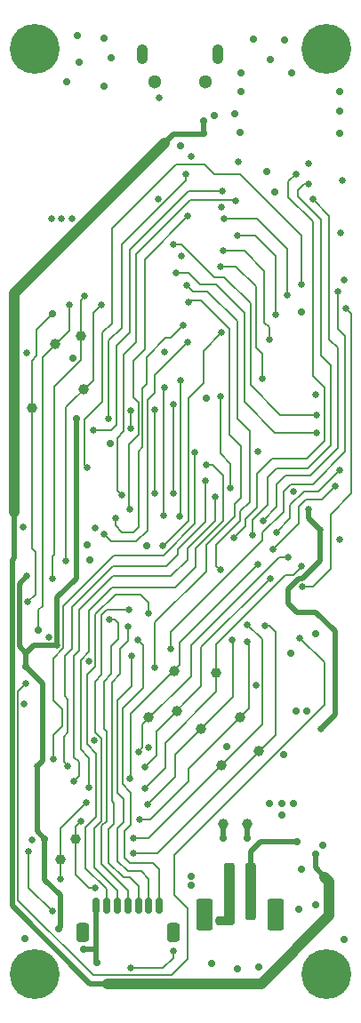
<source format=gbr>
%TF.GenerationSoftware,KiCad,Pcbnew,7.0.6*%
%TF.CreationDate,2024-05-23T09:50:57-04:00*%
%TF.ProjectId,ActiveImpactor_Control,41637469-7665-4496-9d70-6163746f725f,rev?*%
%TF.SameCoordinates,Original*%
%TF.FileFunction,Copper,L4,Bot*%
%TF.FilePolarity,Positive*%
%FSLAX46Y46*%
G04 Gerber Fmt 4.6, Leading zero omitted, Abs format (unit mm)*
G04 Created by KiCad (PCBNEW 7.0.6) date 2024-05-23 09:50:57*
%MOMM*%
%LPD*%
G01*
G04 APERTURE LIST*
G04 Aperture macros list*
%AMRoundRect*
0 Rectangle with rounded corners*
0 $1 Rounding radius*
0 $2 $3 $4 $5 $6 $7 $8 $9 X,Y pos of 4 corners*
0 Add a 4 corners polygon primitive as box body*
4,1,4,$2,$3,$4,$5,$6,$7,$8,$9,$2,$3,0*
0 Add four circle primitives for the rounded corners*
1,1,$1+$1,$2,$3*
1,1,$1+$1,$4,$5*
1,1,$1+$1,$6,$7*
1,1,$1+$1,$8,$9*
0 Add four rect primitives between the rounded corners*
20,1,$1+$1,$2,$3,$4,$5,0*
20,1,$1+$1,$4,$5,$6,$7,0*
20,1,$1+$1,$6,$7,$8,$9,0*
20,1,$1+$1,$8,$9,$2,$3,0*%
G04 Aperture macros list end*
%TA.AperFunction,ComponentPad*%
%ADD10C,4.750000*%
%TD*%
%TA.AperFunction,ComponentPad*%
%ADD11O,1.070000X1.900000*%
%TD*%
%TA.AperFunction,ComponentPad*%
%ADD12C,1.300000*%
%TD*%
%TA.AperFunction,SMDPad,CuDef*%
%ADD13C,1.000000*%
%TD*%
%TA.AperFunction,SMDPad,CuDef*%
%ADD14RoundRect,0.250000X-0.250000X-2.500000X0.250000X-2.500000X0.250000X2.500000X-0.250000X2.500000X0*%
%TD*%
%TA.AperFunction,SMDPad,CuDef*%
%ADD15RoundRect,0.250000X-0.550000X-1.250000X0.550000X-1.250000X0.550000X1.250000X-0.550000X1.250000X0*%
%TD*%
%TA.AperFunction,SMDPad,CuDef*%
%ADD16RoundRect,0.150000X-0.150000X-0.625000X0.150000X-0.625000X0.150000X0.625000X-0.150000X0.625000X0*%
%TD*%
%TA.AperFunction,SMDPad,CuDef*%
%ADD17RoundRect,0.250000X-0.350000X-0.650000X0.350000X-0.650000X0.350000X0.650000X-0.350000X0.650000X0*%
%TD*%
%TA.AperFunction,ViaPad*%
%ADD18C,0.700000*%
%TD*%
%TA.AperFunction,ViaPad*%
%ADD19C,0.650000*%
%TD*%
%TA.AperFunction,Conductor*%
%ADD20C,0.500000*%
%TD*%
%TA.AperFunction,Conductor*%
%ADD21C,0.150000*%
%TD*%
%TA.AperFunction,Conductor*%
%ADD22C,1.000000*%
%TD*%
G04 APERTURE END LIST*
D10*
%TO.P,H102,1,1*%
%TO.N,GND*%
X-13890500Y44053000D03*
%TD*%
%TO.P,H101,1,1*%
%TO.N,GND*%
X13890500Y44053000D03*
%TD*%
%TO.P,H104,1,1*%
%TO.N,GND*%
X13890500Y-44053000D03*
%TD*%
%TO.P,H103,1,1*%
%TO.N,GND*%
X-13890500Y-44053000D03*
%TD*%
D11*
%TO.P,J301,6,Shield*%
%TO.N,unconnected-(J301-Shield-Pad6)*%
X-3600000Y43575000D03*
D12*
X-2425000Y40950000D03*
X2425000Y40950000D03*
D11*
X3600000Y43575000D03*
%TD*%
D13*
%TO.P,TP709,1,1*%
%TO.N,/accelerometer/IIS3DWB_MOSI*%
X-600000Y-15200000D03*
%TD*%
%TO.P,TP708,1,1*%
%TO.N,/accelerometer/IIS3DWB_MISO*%
X-3000000Y-19600000D03*
%TD*%
%TO.P,TP501,1,1*%
%TO.N,Net-(J501-CLK)*%
X-14150777Y9839081D03*
%TD*%
%TO.P,TP703,1,1*%
%TO.N,/accelerometer/LSM6DS3_MOSI*%
X7500000Y-22800000D03*
%TD*%
%TO.P,TP702,1,1*%
%TO.N,/accelerometer/LSM6DS3_MISO*%
X3900000Y-24200000D03*
%TD*%
%TO.P,TP102,1,1*%
%TO.N,+3.3V*%
X4100000Y-29800000D03*
%TD*%
%TO.P,TP101,1,1*%
%TO.N,+5V*%
X6400000Y-29800000D03*
%TD*%
D14*
%TO.P,J102,1,Pin_1*%
%TO.N,GND*%
X4700000Y-36200000D03*
%TO.P,J102,2,Pin_2*%
%TO.N,Net-(J102-Pin_2)*%
X6700000Y-36200000D03*
D15*
%TO.P,J102,MP*%
%TO.N,N/C*%
X2300000Y-38450000D03*
X9100000Y-38450000D03*
%TD*%
D16*
%TO.P,J101,1,Pin_1*%
%TO.N,GND*%
X-8000000Y-37575000D03*
%TO.P,J101,2,Pin_2*%
%TO.N,/microcontroller/PWR_INT1*%
X-7000000Y-37575000D03*
%TO.P,J101,3,Pin_3*%
%TO.N,/microcontroller/PWR_INT2*%
X-6000000Y-37575000D03*
%TO.P,J101,4,Pin_4*%
%TO.N,/microcontroller/SPI1_MOSI*%
X-5000000Y-37575000D03*
%TO.P,J101,5,Pin_5*%
%TO.N,/microcontroller/SPI1_MISO*%
X-4000000Y-37575000D03*
%TO.P,J101,6,Pin_6*%
%TO.N,/microcontroller/SPI1_SCK*%
X-3000000Y-37575000D03*
%TO.P,J101,7,Pin_7*%
%TO.N,/microcontroller/SPI1_NSS*%
X-2000000Y-37575000D03*
D17*
%TO.P,J101,MP*%
%TO.N,N/C*%
X-9300000Y-40100000D03*
X-700000Y-40100000D03*
%TD*%
D13*
%TO.P,TP705,1,1*%
%TO.N,/accelerometer/LSM6DS3_INT1*%
X-11400000Y-33200000D03*
%TD*%
%TO.P,TP710,1,1*%
%TO.N,/accelerometer/IIS3DWB_CLK*%
X-300000Y-19000000D03*
%TD*%
%TO.P,TP502,1,1*%
%TO.N,/microcontroller/SDMMC1_CMD*%
X-11900000Y15900000D03*
%TD*%
%TO.P,TP704,1,1*%
%TO.N,/accelerometer/LSM6DS3_CLK*%
X5700000Y-19600000D03*
%TD*%
%TO.P,TP706,1,1*%
%TO.N,/accelerometer/LSM6DS3_INT2*%
X-10000000Y-31200000D03*
%TD*%
%TO.P,TP707,1,1*%
%TO.N,/accelerometer/IIS3DWB_CS*%
X3400000Y-15400000D03*
%TD*%
%TO.P,TP504,1,1*%
%TO.N,/microcontroller/SDMMC1_D2*%
X-9500000Y16700000D03*
%TD*%
%TO.P,TP701,1,1*%
%TO.N,/accelerometer/LSM6DS3_CS*%
X1998454Y-20714768D03*
%TD*%
%TO.P,TP503,1,1*%
%TO.N,/microcontroller/SDMMC1_D3*%
X-9200000Y11600000D03*
%TD*%
D18*
%TO.N,GND*%
X15600000Y-40800000D03*
X5450000Y-43600000D03*
X7500000Y-43400000D03*
X8200000Y32400000D03*
X9000000Y30400000D03*
X11500000Y19000000D03*
X-8600000Y-4600000D03*
X-8900000Y-3200000D03*
X-3200000Y-3300000D03*
X-10800000Y40900000D03*
X-7300000Y40500000D03*
X-9603741Y42783936D03*
X-6600000Y43200000D03*
X-7269242Y45095771D03*
X-9800000Y45300000D03*
X15200000Y36000000D03*
X15200000Y38100000D03*
X15200000Y40000000D03*
X7000000Y45000000D03*
X9900000Y44900000D03*
X10600000Y41800000D03*
X8600000Y43000000D03*
X5800000Y41800000D03*
X5800000Y40000000D03*
X5200000Y37900000D03*
X5700000Y36100000D03*
D19*
X104242Y24295758D03*
D18*
X3200000Y37700000D03*
X13600000Y-31800000D03*
D19*
X1000000Y33799500D03*
X-1500000Y15200000D03*
D18*
X12000000Y-19000000D03*
D19*
X15200000Y-2700000D03*
X-12500000Y-12000000D03*
X10800000Y1900000D03*
X-2000000Y39400000D03*
D18*
X12900000Y-11707759D03*
X1000000Y-35600000D03*
D19*
X15400000Y31500000D03*
D18*
X9800000Y-23200000D03*
D19*
X7400000Y5700000D03*
D18*
X8526324Y-27801656D03*
D19*
X-3000000Y-22500000D03*
D18*
X-7900000Y-43000000D03*
D19*
X-8100000Y-1600000D03*
X3900000Y29000000D03*
D18*
X2950000Y-43100000D03*
D19*
X5500000Y33300000D03*
X-14873911Y-18323911D03*
D18*
X9700000Y-27800000D03*
D19*
X-8199500Y-21800000D03*
X-10300000Y27900000D03*
D18*
X9700000Y-28900000D03*
X1000000Y-34800000D03*
D19*
X12900000Y11100000D03*
X7200000Y-16600000D03*
X-12300000Y27900000D03*
D18*
X4400000Y-22400000D03*
X12851653Y-37531456D03*
D19*
X-8713437Y-14313437D03*
X-14925500Y-1500000D03*
D18*
X-10200000Y14600000D03*
X-6650000Y6450000D03*
X10500000Y-13500000D03*
X0Y34800000D03*
D19*
X-11300000Y27900000D03*
D18*
X-9200000Y-41700000D03*
D19*
X12200000Y33100000D03*
D18*
X2500000Y10800000D03*
D19*
X15600000Y22000000D03*
D18*
X11300000Y-37900000D03*
X-14800000Y-40700000D03*
X11000000Y-19000000D03*
D19*
X-14600000Y15050000D03*
X-14100000Y-31300000D03*
D18*
X10800000Y-27800000D03*
D19*
X15300000Y26500000D03*
D18*
X3700500Y-39000000D03*
D19*
X-2136956Y29710866D03*
D18*
X11500000Y-34100000D03*
D19*
%TO.N,/microcontroller/SWD_NRST*%
X11400000Y-12100000D03*
X-14700000Y-16400000D03*
D18*
%TO.N,+5V*%
X6400000Y-31100000D03*
D19*
%TO.N,+3.3V*%
X13400000Y-20700000D03*
D18*
X-11600000Y-39800000D03*
D19*
X-11724500Y-12792825D03*
X-13600000Y-24300000D03*
X13350000Y-1750000D03*
D18*
X4125000Y-31100000D03*
X-12900000Y-31200000D03*
X-14700000Y-14800000D03*
D19*
X-14592758Y-6200500D03*
X12250000Y200000D03*
D18*
X-9900000Y8800000D03*
D19*
%TO.N,/microcontroller/SD_DET*%
X-4700000Y7850000D03*
X-4699500Y9600000D03*
D18*
%TO.N,/USB/USB_5V*%
X2200000Y36000000D03*
X2200000Y37200000D03*
X12850000Y-32650000D03*
D19*
%TO.N,/microcontroller/PWR_INT2*%
X-4900000Y-9400000D03*
%TO.N,/microcontroller/PWR_INT1*%
X-3000000Y-9700000D03*
D18*
%TO.N,Net-(J501-CLK)*%
X-12200000Y18800000D03*
D19*
X-14550000Y-8650000D03*
%TO.N,Net-(U401-CLK)*%
X-8900000Y4200000D03*
X11500000Y21600000D03*
D18*
%TO.N,/microcontroller/SDMMC1_CMD*%
X-13500000Y-11300000D03*
D19*
X-10600000Y19700000D03*
%TO.N,/microcontroller/SDMMC1_D3*%
X-10900000Y-4700000D03*
X-7500000Y19700000D03*
%TO.N,/microcontroller/SDMMC1_D2*%
X-9100000Y20500000D03*
X-12200000Y-6400000D03*
%TO.N,/SDRAM/DQ0*%
X500000Y32100000D03*
X-6800000Y8800000D03*
%TO.N,/SDRAM/DQ1*%
X4000000Y30500000D03*
X-8300000Y7700000D03*
%TO.N,/SDRAM/DQ2*%
X-5600000Y1500000D03*
X5300000Y29600000D03*
%TO.N,/SDRAM/DQ3*%
X700000Y28100000D03*
X-4800000Y200000D03*
%TO.N,/SDRAM/DQ4*%
X4200000Y27900000D03*
X10200000Y20600000D03*
%TO.N,/SDRAM/DQ5*%
X5400000Y26300000D03*
X9050500Y18700000D03*
%TO.N,/SDRAM/DQ6*%
X8451000Y16400000D03*
X4100000Y24800000D03*
%TO.N,/SDRAM/DQ7*%
X7800000Y12600000D03*
X3800000Y23300000D03*
%TO.N,/SDRAM/LDQM*%
X-1700000Y-3300000D03*
X3900000Y17000000D03*
%TO.N,/SDRAM/NWE*%
X600000Y21500000D03*
X3800000Y-5600000D03*
%TO.N,/SDRAM/NCAS*%
X-2400000Y-14900000D03*
X800000Y19900000D03*
%TO.N,/SDRAM/NRAS*%
X-400000Y22700000D03*
X13000000Y7500000D03*
%TO.N,/SDRAM/NCS*%
X-700000Y25400000D03*
X13000000Y9200000D03*
%TO.N,/SDRAM/BS0*%
X300000Y17700000D03*
X-6200000Y-700000D03*
%TO.N,/SDRAM/BS1*%
X700000Y16100000D03*
X-7300000Y-2200000D03*
%TO.N,/SDRAM/A10*%
X4800000Y2200000D03*
X3800000Y10900000D03*
%TO.N,/SDRAM/A0*%
X-2400000Y1700000D03*
X-2400000Y9700000D03*
%TO.N,/SDRAM/A1*%
X-1500000Y11800000D03*
X-1600000Y-400000D03*
%TO.N,/SDRAM/A2*%
X-700000Y10200000D03*
X-700000Y1700000D03*
%TO.N,/SDRAM/A3*%
X0Y12500000D03*
X-100000Y-500000D03*
%TO.N,/SDRAM/A4*%
X15150000Y3950000D03*
X9150000Y-2050000D03*
%TO.N,/SDRAM/A5*%
X8800000Y-3600000D03*
X14750000Y2350000D03*
%TO.N,/SDRAM/CKE*%
X15800000Y19300000D03*
X11600000Y-7200000D03*
%TO.N,/SDRAM/UDQM*%
X15000000Y20900000D03*
X-900000Y-13100000D03*
%TO.N,/SDRAM/DQ13*%
X12600000Y29700000D03*
X7900000Y-900000D03*
%TO.N,/SDRAM/DQ14*%
X6900000Y-2300000D03*
X12200000Y31200000D03*
%TO.N,/SDRAM/DQ15*%
X5100000Y-2500000D03*
X11000000Y32100000D03*
%TO.N,/accelerometer/ADXL372_CLK*%
X-8699500Y-26300000D03*
X2500000Y4400000D03*
%TO.N,/accelerometer/ADXL372_MOSI*%
X3300500Y1400000D03*
X-10100000Y-25700000D03*
%TO.N,/accelerometer/ADXL372_MISO*%
X-10700000Y-24300000D03*
X2400000Y2900000D03*
%TO.N,/accelerometer/ADXL372_CS*%
X1399500Y5600000D03*
X-12100000Y-23600000D03*
%TO.N,/accelerometer/LSM6DS3_MISO*%
X6400000Y-10800000D03*
X-4500000Y-31100000D03*
%TO.N,/accelerometer/LSM6DS3_INT1*%
X-11400000Y-35000000D03*
X-8973245Y-27767791D03*
%TO.N,/accelerometer/LSM6DS3_INT2*%
X-8100000Y-35900000D03*
X-9500000Y-29500000D03*
%TO.N,/accelerometer/LSM6DS3_CS*%
X4900000Y-12300000D03*
X-3124500Y-27900000D03*
%TO.N,/accelerometer/LSM6DS3_CLK*%
X6400000Y-12400000D03*
X-3900000Y-29400000D03*
%TO.N,/accelerometer/LSM6DS3_MOSI*%
X8100000Y-10900000D03*
X-4500000Y-32600000D03*
%TO.N,/accelerometer/IIS3DWB_MISO*%
X-4000000Y-22900000D03*
X10225000Y-4350000D03*
%TO.N,/accelerometer/IIS3DWB_INT2*%
X-14450000Y-32450000D03*
X-12212000Y-38100000D03*
%TO.N,/accelerometer/IIS3DWB_CS*%
X11550000Y-5250000D03*
X-3350000Y-26375000D03*
%TO.N,/accelerometer/IIS3DWB_CLK*%
X-3400000Y-24400000D03*
X8575000Y-6375000D03*
%TO.N,/accelerometer/IIS3DWB_MOSI*%
X7425000Y-5100000D03*
X-4800000Y-25500000D03*
%TO.N,Net-(J801-Pin_3)*%
X-4700000Y-43500000D03*
X-700000Y-41850000D03*
%TO.N,/microcontroller/SPI1_SCK*%
X-4650000Y-13750000D03*
%TO.N,/microcontroller/SPI1_NSS*%
X-4050000Y-12250000D03*
%TO.N,/microcontroller/SPI1_MOSI*%
X-6750000Y-10300000D03*
%TO.N,/microcontroller/SPI1_MISO*%
X-4950000Y-10950000D03*
D18*
%TO.N,Net-(J102-Pin_2)*%
X11084668Y-31500500D03*
%TD*%
D20*
%TO.N,GND*%
X-8000000Y-37575000D02*
X-8000000Y-41700000D01*
X-8000000Y-42900000D02*
X-7900000Y-43000000D01*
X-9200000Y-41700000D02*
X-8000000Y-41700000D01*
X-8000000Y-41700000D02*
X-8000000Y-42900000D01*
D21*
%TO.N,/microcontroller/SWD_NRST*%
X-15473911Y-17173911D02*
X-14700000Y-16400000D01*
X13700000Y-14400000D02*
X13700000Y-18416116D01*
X13700000Y-18416116D02*
X-600000Y-32716116D01*
X-15473911Y-37026089D02*
X-15473911Y-17173911D01*
X-600000Y-36551041D02*
X700000Y-37851041D01*
X700000Y-37851041D02*
X700000Y-42650000D01*
X700000Y-42650000D02*
X-850000Y-44200000D01*
X-8300000Y-44200000D02*
X-15473911Y-37026089D01*
X-850000Y-44200000D02*
X-8300000Y-44200000D01*
X-600000Y-32716116D02*
X-600000Y-36551041D01*
X11400000Y-12100000D02*
X13700000Y-14400000D01*
D20*
%TO.N,+5V*%
X6400000Y-31100000D02*
X6400000Y-29900000D01*
%TO.N,+3.3V*%
X13350000Y-4707538D02*
X11632538Y-6425000D01*
X-11400000Y-36600000D02*
X-12900000Y-35100000D01*
X-13600000Y-30500000D02*
X-12900000Y-31200000D01*
X11100000Y-9600000D02*
X12900000Y-9600000D01*
X-11600000Y-39800000D02*
X-11400000Y-39600000D01*
X12900000Y-9600000D02*
X14750000Y-11450000D01*
X-14700000Y-13500000D02*
X-14700000Y-14800000D01*
X-13110700Y-16389300D02*
X-13110700Y-23810700D01*
X-15325000Y-12875000D02*
X-14700000Y-13500000D01*
X-14700000Y-14800000D02*
X-13110700Y-16389300D01*
X-13110700Y-23810700D02*
X-13600000Y-24300000D01*
X10300000Y-8800000D02*
X11100000Y-9600000D01*
X-12900000Y-35100000D02*
X-12900000Y-31200000D01*
X-11724500Y-12792825D02*
X-11724500Y-8224500D01*
X-13992825Y-12792825D02*
X-14700000Y-13500000D01*
X12250000Y200000D02*
X12250000Y-650000D01*
X4125000Y-31100000D02*
X4125000Y-29825000D01*
X4125000Y-29825000D02*
X4100000Y-29800000D01*
X-13600000Y-24300000D02*
X-13600000Y-30500000D01*
X12250000Y-650000D02*
X13350000Y-1750000D01*
X-11400000Y-39600000D02*
X-11400000Y-36600000D01*
X14750000Y-11450000D02*
X14750000Y-19350000D01*
X-14592758Y-6200500D02*
X-15325000Y-6932742D01*
X-15325000Y-6932742D02*
X-15325000Y-12875000D01*
X11278984Y-6425000D02*
X10300000Y-7403984D01*
X-9900000Y-6400000D02*
X-9900000Y8800000D01*
X-11724500Y-12792825D02*
X-13992825Y-12792825D01*
X-11724500Y-8224500D02*
X-9900000Y-6400000D01*
X11632538Y-6425000D02*
X11278984Y-6425000D01*
X10300000Y-7403984D02*
X10300000Y-8800000D01*
X14750000Y-19350000D02*
X13400000Y-20700000D01*
X13350000Y-1750000D02*
X13350000Y-4707538D01*
D21*
%TO.N,/microcontroller/SD_DET*%
X-4699500Y7850500D02*
X-4700000Y7850000D01*
X-4699500Y9600000D02*
X-4699500Y7850500D01*
D20*
%TO.N,/USB/USB_5V*%
X2150000Y35950000D02*
X2200000Y36000000D01*
X-650000Y35950000D02*
X2150000Y35950000D01*
D22*
X14200000Y-35300000D02*
X13750000Y-34850000D01*
D20*
X-16025000Y-37575000D02*
X-16025000Y-4625000D01*
X-8600000Y-45000000D02*
X-16025000Y-37575000D01*
D22*
X-15850000Y20750000D02*
X-15850000Y-50000D01*
X-1500000Y35100000D02*
X-15850000Y20750000D01*
D20*
X-15850000Y-4450000D02*
X-15850000Y-50000D01*
X-6900000Y-45000000D02*
X-8600000Y-45000000D01*
D22*
X14200000Y-38500000D02*
X14200000Y-35300000D01*
D20*
X13750000Y-34850000D02*
X12850000Y-33950000D01*
D22*
X7700000Y-45000000D02*
X14200000Y-38500000D01*
D20*
X12850000Y-33950000D02*
X12850000Y-32650000D01*
X-16025000Y-4625000D02*
X-15850000Y-4450000D01*
D22*
X-6900000Y-45000000D02*
X7700000Y-45000000D01*
D20*
X2200000Y36000000D02*
X2200000Y37200000D01*
X-1500000Y35100000D02*
X-650000Y35950000D01*
D21*
%TO.N,/microcontroller/PWR_INT2*%
X-8200000Y-30200000D02*
X-7500000Y-29500000D01*
X-7500000Y-9900000D02*
X-7000000Y-9400000D01*
X-8200000Y-33900000D02*
X-8200000Y-30200000D01*
X-6000000Y-37575000D02*
X-6000000Y-36100000D01*
X-6000000Y-36100000D02*
X-8200000Y-33900000D01*
X-7500000Y-21650971D02*
X-8100000Y-21050971D01*
X-8100000Y-21050971D02*
X-8100000Y-16200000D01*
X-8100000Y-16200000D02*
X-7500000Y-15600000D01*
X-7500000Y-29500000D02*
X-7500000Y-21650971D01*
X-7500000Y-15600000D02*
X-7500000Y-9900000D01*
X-7000000Y-9400000D02*
X-4900000Y-9400000D01*
%TO.N,/microcontroller/PWR_INT1*%
X-3000000Y-8700000D02*
X-3800000Y-7900000D01*
X-8900000Y-15600000D02*
X-8900000Y-22200000D01*
X-9000000Y-30100000D02*
X-9000000Y-34000000D01*
X-3000000Y-9700000D02*
X-3000000Y-8700000D01*
X-3800000Y-7900000D02*
X-6194974Y-7900000D01*
X-7000000Y-36000000D02*
X-7000000Y-37575000D01*
X-9000000Y-34000000D02*
X-7000000Y-36000000D01*
X-8100000Y-9805026D02*
X-8100000Y-14800000D01*
X-8000000Y-23100000D02*
X-8000000Y-29100000D01*
X-8100000Y-14800000D02*
X-8900000Y-15600000D01*
X-6194974Y-7900000D02*
X-8100000Y-9805026D01*
X-8900000Y-22200000D02*
X-8000000Y-23100000D01*
X-8000000Y-29100000D02*
X-9000000Y-30100000D01*
%TO.N,Net-(J501-CLK)*%
X-13800000Y-3850000D02*
X-14150000Y-3500000D01*
X-13800000Y-7900000D02*
X-13800000Y-3850000D01*
X-14150000Y-3500000D02*
X-14150000Y14350000D01*
X-14150000Y14350000D02*
X-13700000Y14800000D01*
X-13700000Y17300000D02*
X-12200000Y18800000D01*
X-14550000Y-8650000D02*
X-13800000Y-7900000D01*
X-13700000Y14800000D02*
X-13700000Y17300000D01*
%TO.N,Net-(U401-CLK)*%
X-7400000Y17000000D02*
X-7400000Y10400000D01*
X-400000Y33000000D02*
X-6500000Y26900000D01*
X11500000Y26300000D02*
X5700000Y32100000D01*
X-9100000Y8700000D02*
X-9100000Y4400000D01*
X2300000Y33000000D02*
X-400000Y33000000D01*
X11500000Y21600000D02*
X11500000Y26300000D01*
X-6500000Y17900000D02*
X-7400000Y17000000D01*
X5700000Y32100000D02*
X3200000Y32100000D01*
X-6500000Y26900000D02*
X-6500000Y17900000D01*
X3200000Y32100000D02*
X2300000Y33000000D01*
X-7400000Y10400000D02*
X-9100000Y8700000D01*
X-9100000Y4400000D02*
X-8900000Y4200000D01*
%TO.N,/microcontroller/SDMMC1_CMD*%
X-10600000Y19700000D02*
X-10600000Y17200000D01*
X-13100000Y14700000D02*
X-13100000Y-9000000D01*
X-10600000Y17200000D02*
X-13100000Y14700000D01*
X-13500000Y-9400000D02*
X-13500000Y-11300000D01*
X-13100000Y-9000000D02*
X-13500000Y-9400000D01*
%TO.N,/microcontroller/SDMMC1_D3*%
X-10900000Y9900000D02*
X-8300000Y12500000D01*
X-8300000Y18900000D02*
X-7500000Y19700000D01*
X-10900000Y-4700000D02*
X-10900000Y9900000D01*
X-8300000Y12500000D02*
X-8300000Y18900000D01*
%TO.N,/microcontroller/SDMMC1_D2*%
X-12000000Y11900000D02*
X-9500000Y14400000D01*
X-9500000Y14400000D02*
X-9500000Y20100000D01*
X-12200000Y-6400000D02*
X-12200000Y-4300000D01*
X-12000000Y-4100000D02*
X-12000000Y11900000D01*
X-12200000Y-4300000D02*
X-12000000Y-4100000D01*
X-9500000Y20100000D02*
X-9100000Y20500000D01*
%TO.N,/SDRAM/DQ0*%
X-5600000Y17500000D02*
X-5600000Y25400000D01*
X-5600000Y25400000D02*
X500000Y31500000D01*
X-6800000Y16300000D02*
X-5600000Y17500000D01*
X500000Y31500000D02*
X500000Y32100000D01*
X-6800000Y8800000D02*
X-6800000Y16300000D01*
%TO.N,/SDRAM/DQ1*%
X-6050000Y8250000D02*
X-6050000Y15750000D01*
X-4800000Y17000000D02*
X-4800000Y24900000D01*
X-6600000Y7700000D02*
X-6050000Y8250000D01*
X-6050000Y15750000D02*
X-4800000Y17000000D01*
X-8300000Y7700000D02*
X-6600000Y7700000D01*
X800000Y30500000D02*
X4000000Y30500000D01*
X-4800000Y24900000D02*
X800000Y30500000D01*
%TO.N,/SDRAM/DQ2*%
X-4200000Y16100000D02*
X-5400000Y14900000D01*
X5249503Y29650497D02*
X950497Y29650497D01*
X950497Y29650497D02*
X-4200000Y24500000D01*
X-6025000Y1925000D02*
X-5600000Y1500000D01*
X-4200000Y24500000D02*
X-4200000Y16100000D01*
X-5400000Y14900000D02*
X-5400000Y7600000D01*
X5300000Y29600000D02*
X5249503Y29650497D01*
X-6025000Y6975000D02*
X-6025000Y1925000D01*
X-5400000Y7600000D02*
X-6025000Y6975000D01*
%TO.N,/SDRAM/DQ3*%
X-4500000Y10874514D02*
X-4500000Y14350000D01*
X-3400000Y24000000D02*
X700000Y28100000D01*
X-3400000Y15450000D02*
X-3400000Y24000000D01*
X-4900000Y300000D02*
X-4900000Y6400000D01*
X-4500000Y14350000D02*
X-3400000Y15450000D01*
X-3990388Y7309612D02*
X-3990388Y10364902D01*
X-4800000Y200000D02*
X-4900000Y300000D01*
X-4900000Y6400000D02*
X-3990388Y7309612D01*
X-3990388Y10364902D02*
X-4500000Y10874514D01*
%TO.N,/SDRAM/DQ4*%
X4200000Y27900000D02*
X7300000Y27900000D01*
X10200000Y25000000D02*
X10200000Y20600000D01*
X7300000Y27900000D02*
X10200000Y25000000D01*
%TO.N,/SDRAM/DQ5*%
X5400000Y26300000D02*
X7100000Y26300000D01*
X9100000Y18749500D02*
X9050500Y18700000D01*
X9100000Y24300000D02*
X9100000Y18749500D01*
X7100000Y26300000D02*
X9100000Y24300000D01*
%TO.N,/SDRAM/DQ6*%
X8451000Y17549000D02*
X8451000Y16400000D01*
X4100000Y24800000D02*
X6100000Y24800000D01*
X8000000Y18000000D02*
X8451000Y17549000D01*
X8000000Y22900000D02*
X8000000Y18000000D01*
X6100000Y24800000D02*
X8000000Y22900000D01*
%TO.N,/SDRAM/DQ7*%
X7800000Y12600000D02*
X7800000Y15000000D01*
X7800000Y15000000D02*
X7200000Y15600000D01*
X7200000Y21400000D02*
X5300000Y23300000D01*
X7200000Y15600000D02*
X7200000Y21400000D01*
X5300000Y23300000D02*
X3800000Y23300000D01*
%TO.N,/SDRAM/LDQM*%
X800000Y10800000D02*
X2200000Y12200000D01*
X800000Y-900000D02*
X800000Y10800000D01*
X-1600000Y-3300000D02*
X800000Y-900000D01*
X2200000Y15300000D02*
X3900000Y17000000D01*
X2200000Y12200000D02*
X2200000Y15300000D01*
X-1700000Y-3300000D02*
X-1600000Y-3300000D01*
%TO.N,/SDRAM/NWE*%
X2600000Y20900000D02*
X5400000Y18100000D01*
X600000Y21500000D02*
X1200000Y20900000D01*
X3400000Y-5200000D02*
X3800000Y-5600000D01*
X5400000Y18100000D02*
X5400000Y8800000D01*
X6600000Y900000D02*
X5700000Y0D01*
X3400000Y-3200000D02*
X3400000Y-5200000D01*
X1200000Y20900000D02*
X2600000Y20900000D01*
X5700000Y-900000D02*
X3400000Y-3200000D01*
X5700000Y0D02*
X5700000Y-900000D01*
X5400000Y8800000D02*
X6600000Y7600000D01*
X6600000Y7600000D02*
X6600000Y900000D01*
%TO.N,/SDRAM/NCAS*%
X5200000Y700000D02*
X5800000Y1300000D01*
X5200000Y-500000D02*
X5200000Y700000D01*
X-2400000Y-10600000D02*
X2500000Y-5700000D01*
X2500000Y-5700000D02*
X2500000Y-3200000D01*
X4700000Y17400000D02*
X2000000Y20100000D01*
X2000000Y20100000D02*
X1800000Y20100000D01*
X5800000Y1300000D02*
X5800000Y6200000D01*
X5800000Y6200000D02*
X4700000Y7300000D01*
X4700000Y7300000D02*
X4700000Y17400000D01*
X1000000Y20100000D02*
X1800000Y20100000D01*
X800000Y19900000D02*
X1000000Y20100000D01*
X2500000Y-3200000D02*
X5200000Y-500000D01*
X-2400000Y-14900000D02*
X-2400000Y-10600000D01*
X1800000Y20100000D02*
X1500000Y20100000D01*
%TO.N,/SDRAM/NRAS*%
X9000000Y7500000D02*
X6100000Y10400000D01*
X6100000Y10400000D02*
X6100000Y13400000D01*
X6100000Y13400000D02*
X6100000Y13300000D01*
X-400000Y22700000D02*
X800000Y22700000D01*
X800000Y22700000D02*
X1900000Y21600000D01*
X13000000Y7500000D02*
X9000000Y7500000D01*
X6100000Y18900000D02*
X6100000Y13400000D01*
X3400000Y21600000D02*
X6100000Y18900000D01*
X1900000Y21600000D02*
X3400000Y21600000D01*
%TO.N,/SDRAM/NCS*%
X9500000Y9200000D02*
X13000000Y9200000D01*
X100000Y25400000D02*
X3200000Y22300000D01*
X3200000Y22300000D02*
X4200000Y22300000D01*
X-700000Y25400000D02*
X100000Y25400000D01*
X6700000Y19800000D02*
X6700000Y12000000D01*
X6700000Y12000000D02*
X9500000Y9200000D01*
X4200000Y22300000D02*
X6700000Y19800000D01*
%TO.N,/SDRAM/BS0*%
X-6200000Y-700000D02*
X-6200000Y-1350000D01*
X-5550000Y-2000000D02*
X-4500000Y-2000000D01*
X-900000Y16500000D02*
X300000Y17700000D01*
X-3200000Y14700000D02*
X-1400000Y16500000D01*
X-4500000Y-2000000D02*
X-4000000Y-1500000D01*
X-6200000Y-1350000D02*
X-5550000Y-2000000D01*
X-3600000Y6100000D02*
X-3600000Y11700000D01*
X-4000000Y-1500000D02*
X-4000000Y5700000D01*
X-4000000Y5700000D02*
X-3600000Y6100000D01*
X-1400000Y16500000D02*
X-900000Y16500000D01*
X-3200000Y12100000D02*
X-3200000Y14700000D01*
X-3600000Y11700000D02*
X-3200000Y12100000D01*
%TO.N,/SDRAM/BS1*%
X-3150000Y-1850000D02*
X-3150000Y10562132D01*
X-2400000Y11312132D02*
X-2400000Y13000000D01*
X-4200000Y-2900000D02*
X-3150000Y-1850000D01*
X-3150000Y10562132D02*
X-2400000Y11312132D01*
X-6600000Y-2900000D02*
X-4200000Y-2900000D01*
X-2400000Y13000000D02*
X700000Y16100000D01*
X-7300000Y-2200000D02*
X-6600000Y-2900000D01*
%TO.N,/SDRAM/A10*%
X4800000Y4500000D02*
X3800000Y5500000D01*
X4800000Y2200000D02*
X4800000Y4500000D01*
X3800000Y5500000D02*
X3800000Y10900000D01*
%TO.N,/SDRAM/A0*%
X-2400000Y1700000D02*
X-2400000Y9700000D01*
%TO.N,/SDRAM/A1*%
X-1600000Y-400000D02*
X-1600000Y11700000D01*
X-1600000Y11700000D02*
X-1500000Y11800000D01*
%TO.N,/SDRAM/A2*%
X-700000Y1700000D02*
X-700000Y10200000D01*
%TO.N,/SDRAM/A3*%
X0Y12500000D02*
X0Y-400000D01*
X0Y-400000D02*
X-100000Y-500000D01*
%TO.N,/SDRAM/A4*%
X10450000Y600000D02*
X10450000Y-700000D01*
X13150000Y1900000D02*
X11750000Y1900000D01*
X10450000Y-700000D02*
X9150000Y-2000000D01*
X9150000Y-2000000D02*
X9150000Y-2050000D01*
X11750000Y1900000D02*
X10450000Y600000D01*
X15150000Y3950000D02*
X15150000Y3900000D01*
X15150000Y3900000D02*
X13150000Y1900000D01*
%TO.N,/SDRAM/A5*%
X13500000Y1100000D02*
X14750000Y2350000D01*
X11250000Y400000D02*
X11950000Y1100000D01*
X8800000Y-3600000D02*
X11250000Y-1150000D01*
X11250000Y-1150000D02*
X11250000Y400000D01*
X11950000Y1100000D02*
X13500000Y1100000D01*
%TO.N,/SDRAM/CKE*%
X16294000Y18806000D02*
X15800000Y19300000D01*
X14300000Y-300000D02*
X16294000Y1694000D01*
X11600000Y-7200000D02*
X12600000Y-7200000D01*
X12600000Y-7200000D02*
X14300000Y-5500000D01*
X16294000Y1694000D02*
X16294000Y18806000D01*
X14300000Y-5500000D02*
X14300000Y-300000D01*
%TO.N,/SDRAM/UDQM*%
X7850000Y-2750000D02*
X7850000Y-2050000D01*
X-900000Y-13100000D02*
X-900000Y-11500000D01*
X7850000Y-2050000D02*
X9850000Y-50000D01*
X15700000Y16700000D02*
X15000000Y17400000D01*
X-900000Y-11500000D02*
X7850000Y-2750000D01*
X15000000Y17400000D02*
X15000000Y20900000D01*
X15700000Y5700000D02*
X15700000Y16700000D01*
X12600000Y2600000D02*
X15700000Y5700000D01*
X9850000Y1900000D02*
X10550000Y2600000D01*
X10550000Y2600000D02*
X12600000Y2600000D01*
X9850000Y-50000D02*
X9850000Y1900000D01*
%TO.N,/SDRAM/DQ13*%
X14200000Y28100000D02*
X12600000Y29700000D01*
X12400000Y3400000D02*
X15000000Y6000000D01*
X14200000Y16400000D02*
X14200000Y28100000D01*
X15000000Y6000000D02*
X15000000Y15600000D01*
X9200000Y400000D02*
X9200000Y2600000D01*
X9200000Y2600000D02*
X10000000Y3400000D01*
X7900000Y-900000D02*
X9200000Y400000D01*
X10000000Y3400000D02*
X12400000Y3400000D01*
X15000000Y15600000D02*
X14200000Y16400000D01*
%TO.N,/SDRAM/DQ14*%
X8300000Y600000D02*
X8300000Y3200000D01*
X12100000Y4100000D02*
X14300000Y6300000D01*
X11800000Y31200000D02*
X12200000Y31200000D01*
X13400000Y27800000D02*
X11200000Y30000000D01*
X11200000Y30000000D02*
X11200000Y30600000D01*
X11200000Y30600000D02*
X11800000Y31200000D01*
X6900000Y-800000D02*
X8300000Y600000D01*
X6900000Y-2300000D02*
X6900000Y-800000D01*
X9200000Y4100000D02*
X12100000Y4100000D01*
X13400000Y14800000D02*
X13400000Y27800000D01*
X8300000Y3200000D02*
X9200000Y4100000D01*
X14300000Y6300000D02*
X14300000Y13900000D01*
X14300000Y13900000D02*
X13400000Y14800000D01*
%TO.N,/SDRAM/DQ15*%
X12000000Y5000000D02*
X13700000Y6700000D01*
X6200000Y-1400000D02*
X6200000Y-705026D01*
X13700000Y11800000D02*
X12600000Y12900000D01*
X8700000Y5000000D02*
X12000000Y5000000D01*
X10300000Y29900000D02*
X10300000Y31400000D01*
X12600000Y27600000D02*
X10300000Y29900000D01*
X6200000Y-705026D02*
X7300000Y394974D01*
X12600000Y12900000D02*
X12600000Y27600000D01*
X5100000Y-2500000D02*
X6200000Y-1400000D01*
X13700000Y6700000D02*
X13700000Y11800000D01*
X10300000Y31400000D02*
X11000000Y32100000D01*
X7300000Y3600000D02*
X8700000Y5000000D01*
X7300000Y394974D02*
X7300000Y3600000D01*
%TO.N,/accelerometer/ADXL372_CLK*%
X-8700000Y-9500000D02*
X-6500000Y-7300000D01*
X-500000Y-7300000D02*
X1500000Y-5300000D01*
X-8700000Y-13400000D02*
X-8700000Y-9500000D01*
X-6500000Y-7300000D02*
X-500000Y-7300000D01*
X4100000Y-900000D02*
X4100000Y3400000D01*
X3100000Y4400000D02*
X2500000Y4400000D01*
X1500000Y-5300000D02*
X1500000Y-3500000D01*
X-8699500Y-23500500D02*
X-9500000Y-22700000D01*
X-8699500Y-26300000D02*
X-8699500Y-23500500D01*
X4100000Y3400000D02*
X3100000Y4400000D01*
X-9500000Y-14200000D02*
X-8700000Y-13400000D01*
X-9500000Y-22700000D02*
X-9500000Y-14200000D01*
X1500000Y-3500000D02*
X4100000Y-900000D01*
%TO.N,/accelerometer/ADXL372_MOSI*%
X-10100000Y-23400000D02*
X-10100000Y-13800000D01*
X-9600000Y-9400000D02*
X-6400000Y-6200000D01*
X700000Y-4600000D02*
X700000Y-3500000D01*
X700000Y-3500000D02*
X3300500Y-899500D01*
X-9600000Y-25200000D02*
X-9600000Y-23900000D01*
X3300500Y-899500D02*
X3300500Y1400000D01*
X-9600000Y-13300000D02*
X-9600000Y-9400000D01*
X-10100000Y-25700000D02*
X-9600000Y-25200000D01*
X-9600000Y-23900000D02*
X-10100000Y-23400000D01*
X-6400000Y-6200000D02*
X-900000Y-6200000D01*
X-10100000Y-13800000D02*
X-9600000Y-13300000D01*
X-900000Y-6200000D02*
X700000Y-4600000D01*
%TO.N,/accelerometer/ADXL372_MISO*%
X-1300000Y-5200000D02*
X-200000Y-4100000D01*
X2400000Y-1000000D02*
X2400000Y2900000D01*
X-11100000Y-21500000D02*
X-10700000Y-21100000D01*
X-10700000Y-21100000D02*
X-10700000Y-17900000D01*
X-10700000Y-17900000D02*
X-11000000Y-17600000D01*
X-11000000Y-17600000D02*
X-11000000Y-13800000D01*
X-200000Y-3600000D02*
X2400000Y-1000000D01*
X-10300000Y-13100000D02*
X-10300000Y-9100000D01*
X-11100000Y-23900000D02*
X-11100000Y-21500000D01*
X-6400000Y-5200000D02*
X-1300000Y-5200000D01*
X-200000Y-4100000D02*
X-200000Y-3600000D01*
X-10700000Y-24300000D02*
X-11100000Y-23900000D01*
X-11000000Y-13800000D02*
X-10300000Y-13100000D01*
X-10300000Y-9100000D02*
X-6400000Y-5200000D01*
%TO.N,/accelerometer/ADXL372_CS*%
X-12100000Y-21300000D02*
X-11253700Y-20453700D01*
X-11253700Y-20453700D02*
X-11253700Y-18823261D01*
X-11124500Y-13041354D02*
X-11124500Y-9024500D01*
X-12100000Y-17976961D02*
X-12100000Y-14016854D01*
X-6300000Y-4200000D02*
X-1600000Y-4200000D01*
X-11124500Y-9024500D02*
X-6300000Y-4200000D01*
X-12100000Y-23600000D02*
X-12100000Y-21300000D01*
X-11253700Y-18823261D02*
X-12100000Y-17976961D01*
X-1600000Y-4200000D02*
X1399500Y-1200500D01*
X1399500Y-1200500D02*
X1399500Y5600000D01*
X-12100000Y-14016854D02*
X-11124500Y-13041354D01*
%TO.N,/accelerometer/LSM6DS3_MISO*%
X6400000Y-10800000D02*
X7800000Y-12200000D01*
X7800000Y-12200000D02*
X7800000Y-20300000D01*
X-3000000Y-31100000D02*
X-4500000Y-31100000D01*
X7800000Y-20300000D02*
X-3000000Y-31100000D01*
%TO.N,/accelerometer/LSM6DS3_INT1*%
X-11400000Y-30194546D02*
X-11400000Y-35000000D01*
X-8973245Y-27767791D02*
X-11400000Y-30194546D01*
%TO.N,/accelerometer/LSM6DS3_INT2*%
X-10000000Y-30000000D02*
X-10000000Y-34600000D01*
X-8700000Y-35900000D02*
X-8100000Y-35900000D01*
X-10000000Y-34600000D02*
X-8700000Y-35900000D01*
X-9500000Y-29500000D02*
X-10000000Y-30000000D01*
%TO.N,/accelerometer/LSM6DS3_CS*%
X5000000Y-12400000D02*
X4900000Y-12300000D01*
X-3124500Y-27900000D02*
X-500000Y-25275500D01*
X5000000Y-17700000D02*
X5000000Y-12400000D01*
X-500000Y-23200000D02*
X5000000Y-17700000D01*
X-500000Y-25275500D02*
X-500000Y-23200000D01*
%TO.N,/accelerometer/LSM6DS3_CLK*%
X-2850000Y-29400000D02*
X800000Y-25750000D01*
X800000Y-24500000D02*
X6500000Y-18800000D01*
X800000Y-25750000D02*
X800000Y-24500000D01*
X6500000Y-18800000D02*
X6500000Y-12500000D01*
X-3900000Y-29400000D02*
X-2850000Y-29400000D01*
X6500000Y-12500000D02*
X6400000Y-12400000D01*
%TO.N,/accelerometer/LSM6DS3_MOSI*%
X9100000Y-21300000D02*
X-2200000Y-32600000D01*
X-2200000Y-32600000D02*
X-4500000Y-32600000D01*
X8500000Y-10900000D02*
X9100000Y-11500000D01*
X8100000Y-10900000D02*
X8500000Y-10900000D01*
X9100000Y-11500000D02*
X9100000Y-21300000D01*
%TO.N,/accelerometer/IIS3DWB_MISO*%
X-4000000Y-22900000D02*
X-3600000Y-22500000D01*
X9375000Y-4350000D02*
X10225000Y-4350000D01*
X-3600000Y-22500000D02*
X-3600000Y-20300000D01*
X-3600000Y-20300000D02*
X1000000Y-15700000D01*
X1000000Y-12725000D02*
X9375000Y-4350000D01*
X1000000Y-15700000D02*
X1000000Y-12725000D01*
%TO.N,/accelerometer/IIS3DWB_INT2*%
X-14450000Y-32450000D02*
X-14450000Y-35850000D01*
X-14450000Y-35850000D02*
X-12212000Y-38088000D01*
X-12212000Y-38088000D02*
X-12212000Y-38100000D01*
%TO.N,/accelerometer/IIS3DWB_CS*%
X3400000Y-12700000D02*
X3400000Y-17200000D01*
X-1450000Y-24475000D02*
X-3350000Y-26375000D01*
X3400000Y-17200000D02*
X-1450000Y-22050000D01*
X11550000Y-5250000D02*
X11550000Y-5275000D01*
X-1450000Y-22050000D02*
X-1450000Y-24475000D01*
X11550000Y-5275000D02*
X10750000Y-6075000D01*
X10750000Y-6075000D02*
X10025000Y-6075000D01*
X10025000Y-6075000D02*
X3400000Y-12700000D01*
%TO.N,/accelerometer/IIS3DWB_CLK*%
X8575000Y-6375000D02*
X2000000Y-12950000D01*
X-2300000Y-23300000D02*
X-3400000Y-24400000D01*
X-2300000Y-20950000D02*
X-2300000Y-23300000D01*
X2000000Y-12950000D02*
X2000000Y-16650000D01*
X2000000Y-16650000D02*
X-2300000Y-20950000D01*
%TO.N,/accelerometer/IIS3DWB_MOSI*%
X-4700000Y-25400000D02*
X-4700000Y-19300000D01*
X-50000Y-12500000D02*
X7350000Y-5100000D01*
X-4700000Y-19300000D02*
X-50000Y-14650000D01*
X-50000Y-14650000D02*
X-50000Y-12500000D01*
X-4800000Y-25500000D02*
X-4700000Y-25400000D01*
X7350000Y-5100000D02*
X7425000Y-5100000D01*
%TO.N,Net-(J801-Pin_3)*%
X-700000Y-42550000D02*
X-1650000Y-43500000D01*
X-1650000Y-43500000D02*
X-4700000Y-43500000D01*
X-700000Y-41850000D02*
X-700000Y-42550000D01*
%TO.N,/microcontroller/SPI1_SCK*%
X-3700000Y-34300000D02*
X-3000000Y-35000000D01*
X-6000000Y-18000000D02*
X-6000000Y-26800000D01*
X-5400000Y-27400000D02*
X-5400000Y-29600000D01*
X-6000000Y-26800000D02*
X-5400000Y-27400000D01*
X-5400000Y-29600000D02*
X-6000000Y-30200000D01*
X-6000000Y-33300000D02*
X-5000000Y-34300000D01*
X-6000000Y-30200000D02*
X-6000000Y-33300000D01*
X-3000000Y-35000000D02*
X-3000000Y-37575000D01*
X-4650000Y-13750000D02*
X-4650000Y-16650000D01*
X-5000000Y-34300000D02*
X-3700000Y-34300000D01*
X-4650000Y-16650000D02*
X-6000000Y-18000000D01*
%TO.N,/microcontroller/SPI1_NSS*%
X-3511885Y-16811885D02*
X-5500000Y-18800000D01*
X-4700000Y-26800000D02*
X-4700000Y-29900000D01*
X-5300000Y-30500000D02*
X-5300000Y-33000000D01*
X-2600000Y-33500000D02*
X-2000000Y-34100000D01*
X-5500000Y-18800000D02*
X-5500000Y-26000000D01*
X-2000000Y-34100000D02*
X-2000000Y-37575000D01*
X-4050000Y-12250000D02*
X-3511885Y-12788115D01*
X-5300000Y-33000000D02*
X-4800000Y-33500000D01*
X-4700000Y-29900000D02*
X-5300000Y-30500000D01*
X-4800000Y-33500000D02*
X-2600000Y-33500000D01*
X-5500000Y-26000000D02*
X-4700000Y-26800000D01*
X-3511885Y-12788115D02*
X-3511885Y-16811885D01*
%TO.N,/microcontroller/SPI1_MOSI*%
X-6600000Y-15500000D02*
X-7300000Y-16200000D01*
X-5900000Y-10650000D02*
X-5900000Y-12175000D01*
X-5000000Y-36100000D02*
X-5000000Y-37575000D01*
X-7500000Y-33600000D02*
X-5000000Y-36100000D01*
X-7500000Y-29994974D02*
X-7500000Y-33600000D01*
X-6600000Y-12875000D02*
X-6600000Y-15500000D01*
X-7300000Y-20700000D02*
X-7000000Y-21000000D01*
X-6750000Y-10300000D02*
X-6250000Y-10300000D01*
X-7000000Y-29494974D02*
X-7500000Y-29994974D01*
X-7300000Y-16200000D02*
X-7300000Y-20700000D01*
X-7000000Y-21000000D02*
X-7000000Y-29494974D01*
X-5900000Y-12175000D02*
X-6600000Y-12875000D01*
X-6250000Y-10300000D02*
X-5900000Y-10650000D01*
%TO.N,/microcontroller/SPI1_MISO*%
X-6300000Y-29800000D02*
X-6800000Y-30300000D01*
X-6800000Y-33500000D02*
X-5400000Y-34900000D01*
X-6800000Y-30300000D02*
X-6800000Y-33500000D01*
X-6500000Y-16315186D02*
X-6500000Y-27600000D01*
X-4000000Y-35700000D02*
X-4000000Y-37575000D01*
X-4950000Y-10950000D02*
X-4950000Y-12350000D01*
X-5700000Y-13100000D02*
X-5700000Y-15515186D01*
X-4800000Y-34900000D02*
X-4000000Y-35700000D01*
X-6300000Y-27800000D02*
X-6300000Y-29800000D01*
X-4950000Y-12350000D02*
X-5700000Y-13100000D01*
X-5700000Y-15515186D02*
X-6500000Y-16315186D01*
X-6500000Y-27600000D02*
X-6300000Y-27800000D01*
X-5400000Y-34900000D02*
X-4800000Y-34900000D01*
D20*
%TO.N,Net-(J102-Pin_2)*%
X11084668Y-31500500D02*
X11084168Y-31500000D01*
X7600000Y-31500000D02*
X6700000Y-32400000D01*
X6700000Y-32400000D02*
X6700000Y-36200000D01*
X11084168Y-31500000D02*
X7600000Y-31500000D01*
%TD*%
%TA.AperFunction,Conductor*%
%TO.N,GND*%
G36*
X4961980Y-38202383D02*
G01*
X5021480Y-38214218D01*
X5066175Y-38232730D01*
X5106272Y-38259522D01*
X5140477Y-38293727D01*
X5167267Y-38333822D01*
X5185781Y-38378517D01*
X5197617Y-38438022D01*
X5200000Y-38462210D01*
X5200000Y-39137789D01*
X5197617Y-39161982D01*
X5185781Y-39221482D01*
X5167266Y-39266179D01*
X5146666Y-39297012D01*
X5140481Y-39306268D01*
X5106269Y-39340479D01*
X5080454Y-39357729D01*
X5066179Y-39367267D01*
X5021482Y-39385781D01*
X4987857Y-39392469D01*
X4961978Y-39397617D01*
X4937789Y-39400000D01*
X3562211Y-39400000D01*
X3538022Y-39397617D01*
X3514311Y-39392901D01*
X3500306Y-39390115D01*
X3438396Y-39357729D01*
X3403823Y-39297012D01*
X3400500Y-39268498D01*
X3400500Y-38731501D01*
X3420185Y-38664462D01*
X3472989Y-38618707D01*
X3500309Y-38609884D01*
X3538020Y-38602383D01*
X3562211Y-38600000D01*
X4000001Y-38600000D01*
X4000002Y-38599999D01*
X4019395Y-38596142D01*
X4076535Y-38584777D01*
X4076535Y-38584776D01*
X4076537Y-38584776D01*
X4141421Y-38541421D01*
X4184776Y-38476537D01*
X4200000Y-38400000D01*
X4210412Y-38347651D01*
X4228927Y-38302956D01*
X4244877Y-38279086D01*
X4279086Y-38244877D01*
X4302956Y-38228927D01*
X4347653Y-38210412D01*
X4388027Y-38202381D01*
X4412211Y-38200000D01*
X4937789Y-38200000D01*
X4961980Y-38202383D01*
G37*
%TD.AperFunction*%
%TD*%
M02*

</source>
